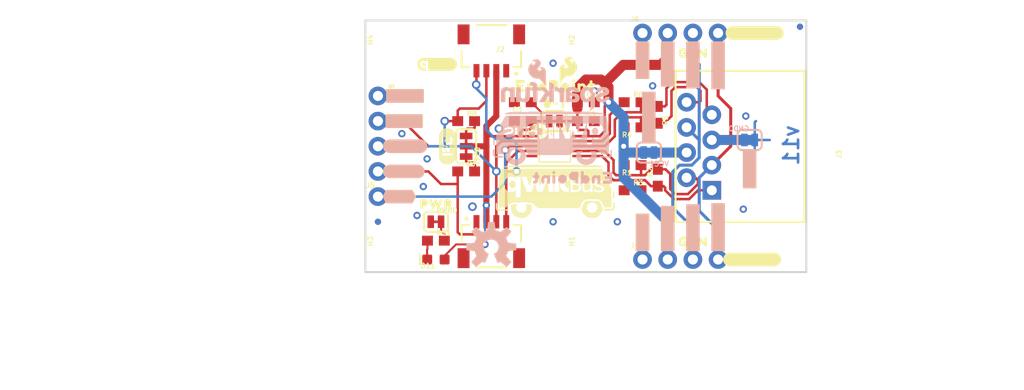
<source format=kicad_pcb>
(kicad_pcb (version 20211014) (generator pcbnew)
  (layers (0 "F.Cu" signal) (31 "B.Cu" signal) (34 "B.Paste" user) (35 "F.Paste" user) (36 "B.SilkS" user "B.Silkscreen") (37 "F.SilkS" user "F.Silkscreen") (38 "B.Mask" user) (39 "F.Mask" user) (44 "Edge.Cuts" user))
  (net 0 "")
  (net 1 "SDA")
  (net 2 "SCL")
  (net 3 "GND")
  (net 4 "EN")
  (net 5 "DSDA_N")
  (net 6 "DSDA_P")
  (net 7 "DSCL_P")
  (net 8 "DSCL_N")
  (net 9 "N$3")
  (net 10 "N$4")
  (net 11 "N$1")
  (net 12 "N$2")
  (net 13 "GRN_P")
  (net 14 "GRN_N")
  (net 15 "N$13")
  (net 16 "N$14")
  (net 17 "VCC_1")
  (net 18 "VCC")
  (footprint "boardEagle:0603" (layer "F.Cu") (at 155.7561 108.1786 90)
    (fp_text reference "R2" (at 0 -0.762 90) (layer "F.SilkS") (effects (font (size 0.512064 0.512064) (thickness 0.097536)) (justify left)))
    (fp_text value "100")
    (pad "1" smd rect (at -0.85 0 90) (size 1.1 1) (layers "F.Cu" "F.Paste" "F.Mask") (net 8 "DSCL_N"))
    (pad "2" smd rect (at 0.85 0 90) (size 1.1 1) (layers "F.Cu" "F.Paste" "F.Mask") (net 7 "DSCL_P"))
  )
  (footprint "boardEagle:0603" (layer "F.Cu") (at 153.2161 109.4486)
    (fp_text reference "R3" (at 0 -0.762) (layer "F.SilkS") (effects (font (size 0.512064 0.512064) (thickness 0.097536)) (justify left)))
    (fp_text value "390")
    (pad "1" smd rect (at -0.85 0) (size 1.1 1) (layers "F.Cu" "F.Paste" "F.Mask") (net 3 "GND"))
    (pad "2" smd rect (at 0.85 0) (size 1.1 1) (layers "F.Cu" "F.Paste" "F.Mask") (net 8 "DSCL_N"))
  )
  (footprint "boardEagle:SMT-JUMPER_2_NC_TRACE_SILK" (layer "F.Cu") (at 145.3261 102.4636 180)
    (fp_text reference "UNK0-1" (at 0 -1.143) (layer "F.SilkS") (effects (font (size 0.512064 0.512064) (thickness 0.097536)) (justify right)))
    (fp_text value "JUMPER-SMT_2_NC_TRACE_SILK")
    (fp_poly (pts (xy 0.1905 0.13335) (xy -0.70485 0.13335) (xy -0.70485 -0.13335) (xy 0.1905 -0.13335)) (layer "F.Cu") (width 0) (fill solid))
    (pad "1" smd rect (at -0.5207 0 180) (size 0.6604 1.27) (layers "F.Cu" "F.Mask") (net 17 "VCC_1"))
    (pad "2" smd rect (at 0.5207 0 180) (size 0.6604 1.27) (layers "F.Cu" "F.Mask") (net 18 "VCC"))
  )
  (footprint "boardEagle:SMT-JUMPER_2_NC_TRACE_SILK" (layer "F.Cu") (at 133.3881 112.6236)
    (fp_text reference "PWR0" (at 0 -1.143) (layer "F.SilkS") (effects (font (size 0.512064 0.512064) (thickness 0.097536)) (justify left)))
    (fp_text value "JUMPER-SMT_2_NC_TRACE_SILK")
    (fp_poly (pts (xy 0.1905 0.13335) (xy -0.70485 0.13335) (xy -0.70485 -0.13335) (xy 0.1905 -0.13335)) (layer "F.Cu") (width 0) (fill solid))
    (pad "1" smd rect (at -0.5207 0) (size 0.6604 1.27) (layers "F.Cu" "F.Mask") (net 3 "GND"))
    (pad "2" smd rect (at 0.5207 0) (size 0.6604 1.27) (layers "F.Cu" "F.Mask") (net 16 "N$14"))
  )
  (footprint "boardEagle:1X01_NO_SILK" (layer "F.Cu") (at 127.5461 110.0836)
    (fp_text reference "J5" (at -1.27 -1.143) (layer "F.SilkS") (effects (font (size 0.512064 0.512064) (thickness 0.097536)) (justify left)))
    (fp_text value "")
    (pad "1" thru_hole circle (at 0 0 90) (size 1.8796 1.8796) (drill 1.016) (layers *.Cu *.Mask) (net 4 "EN"))
  )
  (footprint "boardEagle:QWIICBUS#WORKING#LOGO#JPG" (layer "F.Cu") (at 145.8341 109.1946)
    (fp_text reference "U$28" hide)
    (fp_text value "" hide)
  )
  (footprint "boardEagle:STAND-OFF" (layer "F.Cu") (at 149.1361 94.8436 90)
    (fp_text reference "H2" (at 0 -2.032 90) (layer "F.SilkS") (effects (font (size 0.512064 0.512064) (thickness 0.097536)) (justify left)))
    (fp_text value "STAND-OFF")
    (pad "" np_thru_hole circle (at 0 0 90) (size 3.302 3.302) (drill 3.302) (layers *.Cu *.Mask))
  )
  (footprint "boardEagle:I2C" (layer "F.Cu") (at 134.5311 106.9086 90)
    (fp_text reference "U$1" hide)
    (fp_text value "" hide)
  )
  (footprint "boardEagle:GRN0" (layer "F.Cu") (at 157.1371 114.6556)
    (fp_text reference "U$2" hide)
    (fp_text value "" hide)
  )
  (footprint "boardEagle:#GRNW#0" (layer "F.Cu") (at 162.5981 93.5736)
    (fp_text reference "U$22" hide)
    (fp_text value "" hide)
  )
  (footprint "boardEagle:#GND#0" (layer "F.Cu") (at 154.2161 94.0816 -90)
    (fp_text reference "U$34" hide)
    (fp_text value "" hide)
  )
  (footprint "boardEagle:CREATIVE_COMMONS" (layer "F.Cu") (at 109.7661 126.5936)
    (fp_text reference "FRAME1" hide)
    (fp_text value "FRAME-LETTER" hide)
  )
  (footprint "boardEagle:JST04_1MM_RA" (layer "F.Cu") (at 138.9761 97.3836 180)
    (fp_text reference "J2" (at -1.397 2.159) (layer "F.SilkS") (effects (font (size 0.512064 0.512064) (thickness 0.097536)) (justify right)))
    (fp_text value "QWIIC")
    (pad "1" smd rect (at -1.5 0 180) (size 0.6 1.35) (layers "F.Cu" "F.Paste" "F.Mask") (net 3 "GND"))
    (pad "2" smd rect (at -0.5 0 180) (size 0.6 1.35) (layers "F.Cu" "F.Paste" "F.Mask") (net 18 "VCC"))
    (pad "3" smd rect (at 0.5 0 180) (size 0.6 1.35) (layers "F.Cu" "F.Paste" "F.Mask") (net 1 "SDA"))
    (pad "4" smd rect (at 1.5 0 180) (size 0.6 1.35) (layers "F.Cu" "F.Paste" "F.Mask") (net 2 "SCL"))
    (pad "NC1" smd rect (at 2.8 3.675 180) (size 1.2 2) (layers "F.Cu" "F.Paste" "F.Mask"))
    (pad "NC2" smd rect (at -2.8 3.675 180) (size 1.2 2) (layers "F.Cu" "F.Paste" "F.Mask"))
  )
  (footprint "boardEagle:LED-0603" (layer "F.Cu") (at 133.3881 116.4336 180)
    (fp_text reference "D11" (at 0 -0.635) (layer "F.SilkS") (effects (font (size 0.512064 0.512064) (thickness 0.097536)) (justify right)))
    (fp_text value "RED")
    (pad "A" smd roundrect (at -0.877 0 90) (size 1 1) (layers "F.Cu" "F.Paste" "F.Mask") (roundrect_rratio 0.15) (net 18 "VCC"))
    (pad "C" smd roundrect (at 0.877 0 90) (size 1 1) (layers "F.Cu" "F.Paste" "F.Mask") (roundrect_rratio 0.15) (net 15 "N$13"))
  )
  (footprint "boardEagle:0603" (layer "F.Cu") (at 142.1511 100.5586 180)
    (fp_text reference "C3" (at 0 -0.762) (layer "F.SilkS") (effects (font (size 0.512064 0.512064) (thickness 0.097536)) (justify right)))
    (fp_text value "1.0uF")
    (pad "1" smd rect (at -0.85 0 180) (size 1.1 1) (layers "F.Cu" "F.Paste" "F.Mask") (net 18 "VCC"))
    (pad "2" smd rect (at 0.85 0 180) (size 1.1 1) (layers "F.Cu" "F.Paste" "F.Mask") (net 3 "GND"))
  )
  (footprint "boardEagle:#VCC1#0" (layer "F.Cu") (at 156.7561 115.9256 90)
    (fp_text reference "U$20" hide)
    (fp_text value "" hide)
  )
  (footprint "boardEagle:0603" (layer "F.Cu") (at 142.1511 102.4636 180)
    (fp_text reference "C1" (at 0 -0.762) (layer "F.SilkS") (effects (font (size 0.512064 0.512064) (thickness 0.097536)) (justify right)))
    (fp_text value "0.1uF")
    (pad "1" smd rect (at -0.85 0 180) (size 1.1 1) (layers "F.Cu" "F.Paste" "F.Mask") (net 18 "VCC"))
    (pad "2" smd rect (at 0.85 0 180) (size 1.1 1) (layers "F.Cu" "F.Paste" "F.Mask") (net 3 "GND"))
  )
  (footprint "boardEagle:FIDUCIAL-MICRO" (layer "F.Cu") (at 127.5461 112.6236)
    (fp_text reference "FD1" hide)
    (fp_text value "FIDUCIALUFIDUCIAL" hide)
    (pad "1" smd roundrect (at 0 0) (size 0.635 0.635) (layers "F.Cu" "F.Mask") (roundrect_rratio 0.5))
  )
  (footprint "boardEagle:0603" (layer "F.Cu") (at 153.2161 103.0986 180)
    (fp_text reference "R4" (at 0 -0.762) (layer "F.SilkS") (effects (font (size 0.512064 0.512064) (thickness 0.097536)) (justify right)))
    (fp_text value "390")
    (pad "1" smd rect (at -0.85 0 180) (size 1.1 1) (layers "F.Cu" "F.Paste" "F.Mask") (net 6 "DSDA_P"))
    (pad "2" smd rect (at 0.85 0 180) (size 1.1 1) (layers "F.Cu" "F.Paste" "F.Mask") (net 17 "VCC_1"))
  )
  (footprint "boardEagle:STAND-OFF" (layer "F.Cu") (at 128.8161 94.8436 90)
    (fp_text reference "H4" (at 0 -2.032 90) (layer "F.SilkS") (effects (font (size 0.512064 0.512064) (thickness 0.097536)) (justify left)))
    (fp_text value "STAND-OFF")
    (pad "" np_thru_hole circle (at 0 0 90) (size 3.302 3.302) (drill 3.302) (layers *.Cu *.Mask))
  )
  (footprint "boardEagle:0603" (layer "F.Cu") (at 148.5011 102.4636)
    (fp_text reference "C4" (at 0 -0.762) (layer "F.SilkS") (effects (font (size 0.512064 0.512064) (thickness 0.097536)) (justify left)))
    (fp_text value "1.0uF")
    (pad "1" smd rect (at -0.85 0) (size 1.1 1) (layers "F.Cu" "F.Paste" "F.Mask") (net 17 "VCC_1"))
    (pad "2" smd rect (at 0.85 0) (size 1.1 1) (layers "F.Cu" "F.Paste" "F.Mask") (net 3 "GND"))
  )
  (footprint "boardEagle:1X04_NO_SILK" (layer "F.Cu") (at 154.2161 116.4336)
    (fp_text reference "J4" (at -1.27 -1.397) (layer "F.SilkS") (effects (font (size 0.512064 0.512064) (thickness 0.097536)) (justify left)))
    (fp_text value "")
    (pad "1" thru_hole circle (at 0 0 90) (size 1.8796 1.8796) (drill 1.016) (layers *.Cu *.Mask) (net 3 "GND"))
    (pad "2" thru_hole circle (at 2.54 0 90) (size 1.8796 1.8796) (drill 1.016) (layers *.Cu *.Mask) (net 17 "VCC_1"))
    (pad "3" thru_hole circle (at 5.08 0 90) (size 1.8796 1.8796) (drill 1.016) (layers *.Cu *.Mask) (net 14 "GRN_N"))
    (pad "4" thru_hole circle (at 7.62 0 90) (size 1.8796 1.8796) (drill 1.016) (layers *.Cu *.Mask) (net 13 "GRN_P"))
  )
  (footprint "boardEagle:SFE_LOGO_FLAME_.1" (layer "F.Cu") (at 146.7231 97.2566)
    (fp_text reference "LOGO5" hide)
    (fp_text value "SFE_LOGO_FLAME.1_INCH" hide)
  )
  (footprint "boardEagle:0603" (layer "F.Cu") (at 155.7561 101.8286 -90)
    (fp_text reference "R5" (at 0 -0.762 90) (layer "F.SilkS") (effects (font (size 0.512064 0.512064) (thickness 0.097536)) (justify right)))
    (fp_text value "100")
    (pad "1" smd rect (at -0.85 0 270) (size 1.1 1) (layers "F.Cu" "F.Paste" "F.Mask") (net 5 "DSDA_N"))
    (pad "2" smd rect (at 0.85 0 270) (size 1.1 1) (layers "F.Cu" "F.Paste" "F.Mask") (net 6 "DSDA_P"))
  )
  (footprint "boardEagle:#VCC1#0" (layer "F.Cu") (at 156.7561 94.0816 -90)
    (fp_text reference "U$32" hide)
    (fp_text value "" hide)
  )
  (footprint "boardEagle:SMT-JUMPER_3_2-NC_TRACE_SILK" (layer "F.Cu") (at 136.4361 105.0036 -90)
    (fp_text reference "I2C0" (at 0 -1.143 90) (layer "F.SilkS") (effects (font (size 0.512064 0.512064) (thickness 0.097536)) (justify right)))
    (fp_text value "JUMPER-SMT_3_2-NC_TRACE_SILK")
    (fp_poly (pts (xy 0.7112 0.13335) (xy -0.7112 0.13335) (xy -0.7112 -0.13335) (xy 0.7112 -0.13335)) (layer "F.Cu") (width 0) (fill solid))
    (pad "1" smd rect (at -1.0414 0 270) (size 0.6604 1.27) (layers "F.Cu" "F.Mask") (net 9 "N$3"))
    (pad "2" smd rect (at 0 0 270) (size 0.6604 1.27) (layers "F.Cu" "F.Mask") (net 18 "VCC"))
    (pad "3" smd rect (at 1.0414 0 270) (size 0.6604 1.27) (layers "F.Cu" "F.Mask") (net 10 "N$4"))
  )
  (footprint "boardEagle:0603" (layer "F.Cu") (at 153.2161 106.9086 180)
    (fp_text reference "R1" (at 0 -0.762) (layer "F.SilkS") (effects (font (size 0.512064 0.512064) (thickness 0.097536)) (justify right)))
    (fp_text value "390")
    (pad "1" smd rect (at -0.85 0 180) (size 1.1 1) (layers "F.Cu" "F.Paste" "F.Mask") (net 7 "DSCL_P"))
    (pad "2" smd rect (at 0.85 0 180) (size 1.1 1) (layers "F.Cu" "F.Paste" "F.Mask") (net 17 "VCC_1"))
  )
  (footprint "boardEagle:STAND-OFF" (layer "F.Cu") (at 128.8161 115.1636 90)
    (fp_text reference "H3" (at 0 -2.032 90) (layer "F.SilkS") (effects (font (size 0.512064 0.512064) (thickness 0.097536)) (justify left)))
    (fp_text value "STAND-OFF")
    (pad "" np_thru_hole circle (at 0 0 90) (size 3.302 3.302) (drill 3.302) (layers *.Cu *.Mask))
  )
  (footprint "boardEagle:1X04_NO_SILK" (layer "F.Cu") (at 127.5461 99.9236 -90)
    (fp_text reference "J8" (at -1.27 -1.397 90) (layer "F.SilkS") (effects (font (size 0.512064 0.512064) (thickness 0.097536)) (justify right)))
    (fp_text value "")
    (pad "1" thru_hole circle (at 0 0) (size 1.8796 1.8796) (drill 1.016) (layers *.Cu *.Mask) (net 3 "GND"))
    (pad "2" thru_hole circle (at 2.54 0) (size 1.8796 1.8796) (drill 1.016) (layers *.Cu *.Mask) (net 18 "VCC"))
    (pad "3" thru_hole circle (at 5.08 0) (size 1.8796 1.8796) (drill 1.016) (layers *.Cu *.Mask) (net 1 "SDA"))
    (pad "4" thru_hole circle (at 7.62 0) (size 1.8796 1.8796) (drill 1.016) (layers *.Cu *.Mask) (net 2 "SCL"))
  )
  (footprint "boardEagle:1X04_NO_SILK" (layer "F.Cu") (at 154.2161 93.5736)
    (fp_text reference "J6" (at -1.27 -1.397) (layer "F.SilkS") (effects (font (size 0.512064 0.512064) (thickness 0.097536)) (justify left)))
    (fp_text value "")
    (pad "1" thru_hole circle (at 0 0 90) (size 1.8796 1.8796) (drill 1.016) (layers *.Cu *.Mask) (net 3 "GND"))
    (pad "2" thru_hole circle (at 2.54 0 90) (size 1.8796 1.8796) (drill 1.016) (layers *.Cu *.Mask) (net 17 "VCC_1"))
    (pad "3" thru_hole circle (at 5.08 0 90) (size 1.8796 1.8796) (drill 1.016) (layers *.Cu *.Mask) (net 14 "GRN_N"))
    (pad "4" thru_hole circle (at 7.62 0 90) (size 1.8796 1.8796) (drill 1.016) (layers *.Cu *.Mask) (net 13 "GRN_P"))
  )
  (footprint "boardEagle:0603" (layer "F.Cu") (at 136.4361 107.5436)
    (fp_text reference "R7" (at 0 -0.762) (layer "F.SilkS") (effects (font (size 0.512064 0.512064) (thickness 0.097536)) (justify left)))
    (fp_text value "4.7k")
    (pad "1" smd rect (at -0.85 0) (size 1.1 1) (layers "F.Cu" "F.Paste" "F.Mask") (net 2 "SCL"))
    (pad "2" smd rect (at 0.85 0) (size 1.1 1) (layers "F.Cu" "F.Paste" "F.Mask") (net 10 "N$4"))
  )
  (footprint "boardEagle:#SCL#0" (layer "F.Cu") (at 128.0541 107.5436)
    (fp_text reference "U$10" hide)
    (fp_text value "" hide)
  )
  (footprint "boardEagle:QWIIC_4MM" (layer "F.Cu") (at 133.5151 96.7486)
    (fp_text reference "LOGO3" hide)
    (fp_text value "QWIIC_LOGO_4MM" hide)
  )
  (footprint "boardEagle:0603" (layer "F.Cu") (at 153.2161 100.5586)
    (fp_text reference "R6" (at 0 -0.762) (layer "F.SilkS") (effects (font (size 0.512064 0.512064) (thickness 0.097536)) (justify left)))
    (fp_text value "390")
    (pad "1" smd rect (at -0.85 0) (size 1.1 1) (layers "F.Cu" "F.Paste" "F.Mask") (net 3 "GND"))
    (pad "2" smd rect (at 0.85 0) (size 1.1 1) (layers "F.Cu" "F.Paste" "F.Mask") (net 5 "DSDA_N"))
  )
  (footprint "boardEagle:PWR0" (layer "F.Cu") (at 131.1021 110.8456)
    (fp_text reference "U$27" hide)
    (fp_text value "" hide)
  )
  (footprint "boardEagle:#EN#0" (layer "F.Cu") (at 128.0541 110.0836)
    (fp_text reference "U$11" hide)
    (fp_text value "" hide)
  )
  (footprint "boardEagle:ENDPOINT0" (layer "F.Cu") (at 140.5001 98.9076)
    (fp_text reference "U$35" hide)
    (fp_text value "" hide)
  )
  (footprint "boardEagle:#3V3#0" (layer "F.Cu") (at 128.0541 102.4636)
    (fp_text reference "U$7" hide)
    (fp_text value "" hide)
  )
  (footprint "boardEagle:RJ45-8" (layer "F.Cu") (at 167.5511 105.0036 90)
    (fp_text reference "J3" (at -1.3208 6.477 90) (layer "F.SilkS") (effects (font (size 0.512064 0.512064) (thickness 0.097536)) (justify left)))
    (fp_text value "RJ45")
    (pad "" np_thru_hole circle (at -5.715 0 90) (size 3.2 3.2) (drill 3.2) (layers *.Cu *.Mask))
    (pad "" np_thru_hole circle (at 5.715 0 90) (size 3.2 3.2) (drill 3.2) (layers *.Cu *.Mask))
    (pad "1" thru_hole rect (at -4.445 -6.35 90) (size 1.8796 1.8796) (drill 1) (layers *.Cu *.Mask) (net 8 "DSCL_N"))
    (pad "2" thru_hole circle (at -3.175 -8.89 90) (size 1.8796 1.8796) (drill 1) (layers *.Cu *.Mask) (net 7 "DSCL_P"))
    (pad "3" thru_hole circle (at -1.905 -6.35 90) (size 1.8796 1.8796) (drill 1) (layers *.Cu *.Mask) (net 13 "GRN_P"))
    (pad "4" thru_hole circle (at -0.635 -8.89 90) (size 1.8796 1.8796) (drill 1) (layers *.Cu *.Mask) (net 11 "N$1"))
    (pad "5" thru_hole circle (at 0.635 -6.35 90) (size 1.8796 1.8796) (drill 1) (layers *.Cu *.Mask) (net 12 "N$2"))
    (pad "6" thru_hole circle (at 1.905 -8.89 90) (size 1.8796 1.8796) (drill 1) (layers *.Cu *.Mask) (net 14 "GRN_N"))
    (pad "7" thru_hole circle (at 3.175 -6.35 90) (size 1.8796 1.8796) (drill 1) (layers *.Cu *.Mask) (net 5 "DSDA_N"))
    (pad "8" thru_hole circle (at 4.445 -8.89 90) (size 1.8796 1.8796) (drill 1) (layers *.Cu *.Mask) (net 6 "DSDA_P"))
  )
  (footprint "boardEagle:STAND-OFF" (layer "F.Cu") (at 149.1361 115.1636 90)
    (fp_text reference "H1" (at 0 -2.032 90) (layer "F.SilkS") (effects (font (size 0.512064 0.512064) (thickness 0.097536)) (justify left)))
    (fp_text value "STAND-OFF")
    (pad "" np_thru_hole circle (at 0 0 90) (size 3.302 3.302) (drill 3.302) (layers *.Cu *.Mask))
  )
  (footprint "boardEagle:JST04_1MM_RA" (layer "F.Cu") (at 138.9761 112.6236)
    (fp_text reference "J1" (at -1.397 2.159) (layer "F.SilkS") (effects (font (size 0.512064 0.512064) (thickness 0.097536)) (justify left)))
    (fp_text value "QWIIC")
    (pad "1" smd rect (at -1.5 0) (size 0.6 1.35) (layers "F.Cu" "F.Paste" "F.Mask") (net 3 "GND"))
    (pad "2" smd rect (at -0.5 0) (size 0.6 1.35) (layers "F.Cu" "F.Paste" "F.Mask") (net 18 "VCC"))
    (pad "3" smd rect (at 0.5 0) (size 0.6 1.35) (layers "F.Cu" "F.Paste" "F.Mask") (net 1 "SDA"))
    (pad "4" smd rect (at 1.5 0) (size 0.6 1.35) (layers "F.Cu" "F.Paste" "F.Mask") (net 2 "SCL"))
    (pad "NC1" smd rect (at 2.8 3.675) (size 1.2 2) (layers "F.Cu" "F.Paste" "F.Mask"))
    (pad "NC2" smd rect (at -2.8 3.675) (size 1.2 2) (layers "F.Cu" "F.Paste" "F.Mask"))
  )
  (footprint "boardEagle:0603" (layer "F.Cu") (at 148.5011 100.5586)
    (fp_text reference "C2" (at 0 -0.762) (layer "F.SilkS") (effects (font (size 0.512064 0.512064) (thickness 0.097536)) (justify left)))
    (fp_text value "0.1uF")
    (pad "1" smd rect (at -0.85 0) (size 1.1 1) (layers "F.Cu" "F.Paste" "F.Mask") (net 17 "VCC_1"))
    (pad "2" smd rect (at 0.85 0) (size 1.1 1) (layers "F.Cu" "F.Paste" "F.Mask") (net 3 "GND"))
  )
  (footprint "boardEagle:0603" (layer "F.Cu") (at 133.3881 114.5286)
    (fp_text reference "R11" (at 0 -0.762) (layer "F.SilkS") (effects (font (size 0.512064 0.512064) (thickness 0.097536)) (justify left)))
    (fp_text value "1k")
    (pad "1" smd rect (at -0.85 0) (size 1.1 1) (layers "F.Cu" "F.Paste" "F.Mask") (net 15 "N$13"))
    (pad "2" smd rect (at 0.85 0) (size 1.1 1) (layers "F.Cu" "F.Paste" "F.Mask") (net 16 "N$14"))
  )
  (footprint "boardEagle:0603" (layer "F.Cu") (at 136.4361 102.4636)
    (fp_text reference "R8" (at 0 -0.762) (layer "F.SilkS") (effects (font (size 0.512064 0.512064) (thickness 0.097536)) (justify left)))
    (fp_text value "4.7k")
    (pad "1" smd rect (at -0.85 0) (size 1.1 1) (layers "F.Cu" "F.Paste" "F.Mask") (net 1 "SDA"))
    (pad "2" smd rect (at 0.85 0) (size 1.1 1) (layers "F.Cu" "F.Paste" "F.Mask") (net 9 "N$3"))
  )
  (footprint "boardEagle:#GND#0" (layer "F.Cu") (at 154.2161 115.9256 90)
    (fp_text reference "U$3" hide)
    (fp_text value "" hide)
  )
  (footprint "boardEagle:TSSOP10" (layer "F.Cu") (at 145.3261 105.0036)
    (fp_text reference "U1" (at 0.096 -1.7275) (layer "F.SilkS") (effects (font (size 0.512064 0.512064) (thickness 0.097536)) (justify left)))
    (fp_text value "PCA9615")
    (pad "1" smd rect (at -2.259 -1.0175) (size 1.1 0.25) (layers "F.Cu" "F.Paste" "F.Mask") (net 18 "VCC"))
    (pad "2" smd rect (at -2.259 -0.5175) (size 1.1 0.25) (layers "F.Cu" "F.Paste" "F.Mask") (net 1 "SDA"))
    (pad "3" smd rect (at -2.259 -0.0175) (size 1.1 0.25) (layers "F.Cu" "F.Paste" "F.Mask") (net 4 "EN"))
    (pad "4" smd rect (at -2.259 0.4825) (size 1.1 0.25) (layers "F.Cu" "F.Paste" "F.Mask") (net 2 "SCL"))
    (pad "5" smd rect (at -2.259 0.9875) (size 1.1 0.25) (layers "F.Cu" "F.Paste" "F.Mask") (net 3 "GND"))
    (pad "6" smd rect (at 2.366 0.9875) (size 1.1 0.25) (layers "F.Cu" "F.Paste" "F.Mask") (net 8 "DSCL_N"))
    (pad "7" smd rect (at 2.366 0.4825) (size 1.1 0.25) (layers "F.Cu" "F.Paste" "F.Mask") (net 7 "DSCL_P"))
    (pad "8" smd rect (at 2.366 -0.0175) (size 1.1 0.25) (layers "F.Cu" "F.Paste" "F.Mask") (net 6 "DSDA_P"))
    (pad "9" smd rect (at 2.366 -0.5175) (size 1.1 0.25) (layers "F.Cu" "F.Paste" "F.Mask") (net 5 "DSDA_N"))
    (pad "10" smd rect (at 2.366 -1.0175) (size 1.1 0.25) (layers "F.Cu" "F.Paste" "F.Mask") (net 17 "VCC_1"))
  )
  (footprint "boardEagle:GRN0" (layer "F.Cu") (at 157.1371 95.6056)
    (fp_text reference "U$29" hide)
    (fp_text value "" hide)
  )
  (footprint "boardEagle:REVISION" (layer "F.Cu") (at 121.1961 129.1336)
    (fp_text reference "LOGO2" hide)
    (fp_text value "REVISION" hide)
  )
  (footprint "boardEagle:#GND#0" (layer "F.Cu") (at 128.0541 99.9236)
    (fp_text reference "U$5" hide)
    (fp_text value "" hide)
  )
  (footprint "boardEagle:FIDUCIAL-MICRO" (layer "F.Cu") (at 170.0911 92.9386)
    (fp_text reference "FD2" hide)
    (fp_text value "FIDUCIALUFIDUCIAL" hide)
    (pad "1" smd roundrect (at 0 0) (size 0.635 0.635) (layers "F.Cu" "F.Mask") (roundrect_rratio 0.5))
  )
  (footprint "boardEagle:0#10" (layer "F.Cu") (at 143.5481 100.6856)
    (fp_text reference "U$25" hide)
    (fp_text value "" hide)
  )
  (footprint "boardEagle:#SDA#0" (layer "F.Cu") (at 128.0541 105.0036)
    (fp_text reference "U$9" hide)
    (fp_text value "" hide)
  )
  (footprint "boardEagle:#GRNW#0" (layer "F.Cu") (at 162.3441 116.4336)
    (fp_text reference "U$19" hide)
    (fp_text value "" hide)
  )
  (footprint "boardEagle:QWIICBUS#WORKING#LOGO#JPG" (layer "B.Cu") (at 144.7181 103.8296 180)
    (fp_text reference "U$23" hide)
    (fp_text value "" hide)
  )
  (footprint "boardEagle:#SDA#0" (layer "B.Cu") (at 132.4991 105.0036 180)
    (fp_text reference "U$15" hide)
    (fp_text value "" hide)
  )
  (footprint "boardEagle:#GND2#0" (layer "B.Cu") (at 159.2961 94.0816 -90)
    (fp_text reference "U$14" hide)
    (fp_text value "" hide)
  )
  (footprint "boardEagle:#GND#0" (layer "B.Cu") (at 132.4991 99.9236 180)
    (fp_text reference "U$4" hide)
    (fp_text value "" hide)
  )
  (footprint "boardEagle:OSHW-LOGO-M" (layer "B.Cu") (at 138.9761 115.1636 180)
    (fp_text reference "LOGO1" hide)
    (fp_text value "OSHW-LOGOM" hide)
  )
  (footprint "boardEagle:#SCL#0" (layer "B.Cu") (at 132.2451 107.5436 180)
    (fp_text reference "U$16" hide)
    (fp_text value "" hide)
  )
  (footprint "boardEagle:SMT-JUMPER_2_NC_TRACE_SILK" (layer "B.Cu") (at 165.0111 104.3686 180)
    (fp_text reference "GND0" (at 0 1.143) (layer "B.SilkS") (effects (font (size 0.512064 0.512064) (thickness 0.097536)) (justify left mirror)))
    (fp_text value "JUMPER-SMT_2_NC_TRACE_SILK")
    (fp_poly (pts (xy 0.1905 -0.13335) (xy -0.70485 -0.13335) (xy -0.70485 0.13335) (xy 0.1905 0.13335)) (layer "B.Cu") (width 0) (fill solid))
    (pad "1" smd rect (at -0.5207 0 180) (size 0.6604 1.27) (layers "B.Cu" "B.Mask") (net 3 "GND"))
    (pad "2" smd rect (at 0.5207 0 180) (size 0.6604 1.27) (layers "B.Cu" "B.Mask") (net 12 "N$2"))
  )
  (footprint "boardEagle:#EN#0" (layer "B.Cu") (at 131.3561 110.0836 180)
    (fp_text reference "U$17" hide)
    (fp_text value "" hide)
  )
  (footprint "boardEagle:#VCC1#0" (layer "B.Cu") (at 156.7561 115.9256 90)
    (fp_text reference "U$21" hide)
    (fp_text value "" hide)
  )
  (footprint "boardEagle:#VCC2#0" (layer "B.Cu") (at 161.8361 94.0816 -90)
    (fp_text reference "U$30" hide)
    (fp_text value "" hide)
  )
  (footprint "boardEagle:FIDUCIAL-MICRO" (layer "B.Cu") (at 127.5461 112.6236 180)
    (fp_text reference "FD3" hide)
    (fp_text value "FIDUCIALUFIDUCIAL" hide)
    (pad "1" smd roundrect (at 0 0 180) (size 0.635 0.635) (layers "B.Cu" "B.Mask") (roundrect_rratio 0.5))
  )
  (footprint "boardEagle:FIDUCIAL-MICRO" (layer "B.Cu") (at 170.0911 92.9386 180)
    (fp_text reference "FD4" hide)
    (fp_text value "FIDUCIALUFIDUCIAL" hide)
    (pad "1" smd roundrect (at 0 0 180) (size 0.635 0.635) (layers "B.Cu" "B.Mask") (roundrect_rratio 0.5))
  )
  (footprint "boardEagle:#3V3#0" (layer "B.Cu") (at 132.3721 102.4636 180)
    (fp_text reference "U$8" hide)
    (fp_text value "" hide)
  )
  (footprint "boardEagle:#GND#0" (layer "B.Cu") (at 154.2161 94.0816 -90)
    (fp_text reference "U$33" hide)
    (fp_text value "" hide)
  )
  (footprint "boardEagle:#VCC1#0" (layer "B.Cu") (at 156.7561 94.0816 -90)
    (fp_text reference "U$31" hide)
    (fp_text value "" hide)
  )
  (footprint "boardEagle:SMT-JUMPER_2_NC_TRACE_SILK" (layer "B.Cu") (at 154.8511 105.6386)
    (fp_text reference "VCC1" (at 0 1.143) (layer "B.SilkS") (effects (font (size 0.512064 0.512064) (thickness 0.097536)) (justify right mirror)))
    (fp_text value "JUMPER-SMT_2_NC_TRACE_SILK")
    (fp_poly (pts (xy 0.1905 -0.13335) (xy -0.70485 -0.13335) (xy -0.70485 0.13335) (xy 0.1905 0.13335)) (layer "B.Cu") (width 0) (fill solid))
    (pad "1" smd rect (at -0.5207 0) (size 0.6604 1.27) (layers "B.Cu" "B.Mask") (net 17 "VCC_1"))
    (pad "2" smd rect (at 0.5207 0) (size 0.6604 1.27) (layers "B.Cu" "B.Mask") (net 11 "N$1"))
  )
  (footprint "boardEagle:#GND#0" (layer "B.Cu") (at 154.2161 115.9256 90)
    (fp_text reference "U$13" hide)
    (fp_text value "" hide)
  )
  (footprint "boardEagle:#GND2#0" (layer "B.Cu") (at 159.2961 115.9256 90)
    (fp_text reference "U$18" hide)
    (fp_text value "" hide)
  )
  (footprint "boardEagle:#GND#0" (layer "B.Cu") (at 165.0111 105.1306 -90)
    (fp_text reference "U$6" hide)
    (fp_text value "" hide)
  )
  (footprint "boardEagle:#VDDA#0" (layer "B.Cu") (at 154.8511 99.1616 -90)
    (fp_text reference "U$12" hide)
    (fp_text value "" hide)
  )
  (footprint "boardEagle:ENDPOINT0" (layer "B.Cu") (at 152.0571 108.1786 180)
    (fp_text reference "U$26" hide)
    (fp_text value "" hide)
  )
  (footprint "boardEagle:SFE_LOGO_NAME_FLAME_.1" (layer "B.Cu") (at 145.3261 99.9236 180)
    (fp_text reference "LOGO4" hide)
    (fp_text value "SFE_LOGO_NAME_FLAME.1_INCH" hide)
  )
  (footprint "boardEagle:#VCC2#0" (layer "B.Cu") (at 161.8361 115.9256 90)
    (fp_text reference "U$24" hide)
    (fp_text value "" hide)
  )
  (gr_line (start 126.2761 117.7036) (end 126.2761 92.3036) (layer "Edge.Cuts") (width 0.2032))
  (gr_line (start 170.7261 92.3036) (end 170.7261 117.7036) (layer "Edge.Cuts") (width 0.2032))
  (gr_line (start 170.7261 117.7036) (end 126.2761 117.7036) (layer "Edge.Cuts") (width 0.2032))
  (gr_line (start 126.2761 92.3036) (end 170.7261 92.3036) (layer "Edge.Cuts") (width 0.2032))
  (gr_text "v11" (at 170.0911 102.7176 -270) (layer "B.Cu") (effects (font (size 1.5113 1.5113) (thickness 0.2667)) (justify left bottom mirror)))
  (segment (start 139.4841 105.0036) (end 139.4841 107.5436) (width 0.254) (layer "F.Cu") (net 1))
  (segment (start 137.7061 101.1936) (end 138.4761 100.4236) (width 0.254) (layer "F.Cu") (net 1))
  (segment (start 140.0016 104.4861) (end 139.4841 105.0036) (width 0.254) (layer "F.Cu") (net 1))
  (segment (start 135.8011 101.1936) (end 137.7061 101.1936) (width 0.254) (layer "F.Cu") (net 1))
  (segment (start 138.4761 100.4236) (end 138.4761 97.3836) (width 0.254) (layer "F.Cu") (net 1))
  (segment (start 135.5861 101.4086) (end 135.8011 101.1936) (width 0.254) (layer "F.Cu") (net 1))
  (segment (start 134.2771 102.4636) (end 135.5861 102.4636) (width 0.254) (layer "F.Cu") (net 1))
  (segment (start 139.4761 105.0116) (end 139.4841 105.0036) (width 0.254) (layer "F.Cu") (net 1))
  (segment (start 139.4761 112.6236) (end 139.4761 105.0116) (width 0.254) (layer "F.Cu") (net 1))
  (segment (start 140.0016 104.4861) (end 143.0671 104.4861) (width 0.254) (layer "F.Cu") (net 1))
  (segment (start 135.5861 102.4636) (end 135.5861 101.4086) (width 0.254) (layer "F.Cu") (net 1))
  (via (at 139.4841 107.5436) (size 0.8636) (drill 0.508) (layers "F.Cu" "B.Cu") (net 1))
  (via (at 134.2771 102.4636) (size 0.8636) (drill 0.508) (layers "F.Cu" "B.Cu") (net 1))
  (segment (start 134.2771 105.0036) (end 134.2771 102.4636) (width 0.254) (layer "B.Cu") (net 1))
  (segment (start 139.4841 107.5436) (end 136.9441 105.0036) (width 0.254) (layer "B.Cu") (net 1))
  (segment (start 136.9441 105.0036) (end 134.2771 105.0036) (width 0.254) (layer "B.Cu") (net 1))
  (segment (start 127.5461 105.0036) (end 134.2771 105.0036) (width 0.254) (layer "B.Cu") (net 1))
  (segment (start 135.5861 107.5436) (end 135.5861 108.8136) (width 0.254) (layer "F.Cu") (net 2))
  (segment (start 135.8011 113.8936) (end 140.2461 113.8936) (width 0.254) (layer "F.Cu") (net 2))
  (segment (start 132.6261 107.5436) (end 133.8961 108.8136) (width 0.254) (layer "F.Cu") (net 2))
  (segment (start 140.4761 107.5436) (end 140.4761 106.6786) (width 0.254) (layer "F.Cu") (net 2))
  (segment (start 137.4761 98.7566) (end 137.4761 97.3836) (width 0.254) (layer "F.Cu") (net 2))
  (segment (start 140.4761 113.6636) (end 140.4761 112.6236) (width 0.254) (layer "F.Cu") (net 2))
  (segment (start 135.5861 108.8136) (end 135.5861 113.6786) (width 0.254) (layer "F.Cu") (net 2))
  (segment (start 141.6686 105.4861) (end 143.0671 105.4861) (width 0.254) (layer "F.Cu") (net 2))
  (segment (start 135.5861 113.6786) (end 135.8011 113.8936) (width 0.254) (layer "F.Cu") (net 2))
  (segment (start 127.5461 107.5436) (end 132.6261 107.5436) (width 0.254) (layer "F.Cu") (net 2))
  (segment (start 140.4761 106.6786) (end 141.6686 105.4861) (width 0.254) (layer "F.Cu") (net 2))
  (segment (start 140.2461 113.8936) (end 140.4761 113.6636) (width 0.254) (layer "F.Cu") (net 2))
  (segment (start 133.8961 108.8136) (end 135.5861 108.8136) (width 0.254) (layer "F.Cu") (net 2))
  (segment (start 140.4761 112.6236) (end 140.4761 107.5436) (width 0.254) (layer "F.Cu") (net 2))
  (segment (start 141.5161 107.5436) (end 140.4761 107.5436) (width 0.254) (layer "F.Cu") (net 2))
  (segment (start 137.4521 98.7806) (end 137.4761 98.7566) (width 0.254) (layer "F.Cu") (net 2))
  (via (at 141.5161 107.5436) (size 0.8636) (drill 0.508) (layers "F.Cu" "B.Cu") (net 2))
  (via (at 137.4521 98.7806) (size 0.8636) (drill 0.508) (layers "F.Cu" "B.Cu") (net 2))
  (segment (start 137.4521 99.1616) (end 137.4521 98.7806) (width 0.254) (layer "B.Cu") (net 2))
  (segment (start 141.0081 104.2416) (end 141.5161 104.7496) (width 0.254) (layer "B.Cu") (net 2))
  (segment (start 138.4681 100.1776) (end 138.4681 103.3526) (width 0.254) (layer "B.Cu") (net 2))
  (segment (start 141.5161 104.7496) (end 141.5161 107.5436) (width 0.254) (layer "B.Cu") (net 2))
  (segment (start 137.4521 99.1616) (end 138.4681 100.1776) (width 0.254) (layer "B.Cu") (net 2))
  (segment (start 139.3571 104.2416) (end 141.0081 104.2416) (width 0.254) (layer "B.Cu") (net 2))
  (segment (start 138.4681 103.3526) (end 139.3571 104.2416) (width 0.254) (layer "B.Cu") (net 2))
  (via (at 132.1181 109.0676) (size 0.7366) (drill 0.381) (layers "F.Cu" "B.Cu") (net 3))
  (via (at 145.1991 96.6216) (size 0.7366) (drill 0.381) (layers "F.Cu" "B.Cu") (net 3))
  (via (at 139.7381 103.2256) (size 0.8636) (drill 0.508) (layers "F.Cu" "B.Cu") (net 3))
  (via (at 137.0711 111.0996) (size 0.8636) (drill 0.508) (layers "F.Cu" "B.Cu") (net 3))
  (via (at 145.1991 112.6236) (size 0.7366) (drill 0.381) (layers "F.Cu" "B.Cu") (net 3))
  (via (at 164.6301 101.9556) (size 0.7366) (drill 0.381) (layers "F.Cu" "B.Cu") (net 3))
  (via (at 129.9591 103.7336) (size 0.7366) (drill 0.381) (layers "F.Cu" "B.Cu") (net 3))
  (via (at 155.2321 98.9076) (size 0.7366) (drill 0.381) (layers "F.Cu" "B.Cu") (net 3))
  (via (at 149.3901 99.4156) (size 0.7366) (drill 0.381) (layers "F.Cu" "B.Cu") (net 3))
  (via (at 151.6761 112.6236) (size 0.7366) (drill 0.381) (layers "F.Cu" "B.Cu") (net 3))
  (via (at 131.4831 111.9886) (size 0.7366) (drill 0.381) (layers "F.Cu" "B.Cu") (net 3))
  (via (at 164.3761 111.3536) (size 0.7366) (drill 0.381) (layers "F.Cu" "B.Cu") (net 3))
  (via (at 132.4991 106.2736) (size 0.7366) (drill 0.381) (layers "F.Cu" "B.Cu") (net 3))
  (segment (start 165.5318 104.3686) (end 165.5318 102.5779) (width 0.254) (layer "B.Cu") (net 3))
  (segment (start 165.5318 104.3686) (end 167.0431 104.3686) (width 0.254) (layer "B.Cu") (net 3))
  (segment (start 165.5318 102.5779) (end 165.6461 102.4636) (width 0.254) (layer "B.Cu") (net 3))
  (segment (start 165.5318 104.3686) (end 165.5318 105.8799) (width 0.254) (layer "B.Cu") (net 3))
  (segment (start 165.5318 105.8799) (end 165.3921 106.0196) (width 0.254) (layer "B.Cu") (net 3))
  (segment (start 140.7716 104.9861) (end 140.3731 105.3846) (width 0.254) (layer "F.Cu") (net 4))
  (segment (start 140.7716 104.9861) (end 143.0671 104.9861) (width 0.254) (layer "F.Cu") (net 4))
  (via (at 140.3731 105.3846) (size 0.8636) (drill 0.508) (layers "F.Cu" "B.Cu") (net 4))
  (segment (start 140.3731 108.6866) (end 140.3731 105.3846) (width 0.254) (layer "B.Cu") (net 4))
  (segment (start 138.9761 110.0836) (end 140.3731 108.6866) (width 0.254) (layer "B.Cu") (net 4))
  (segment (start 127.5461 110.0836) (end 138.9761 110.0836) (width 0.254) (layer "B.Cu") (net 4))
  (segment (start 154.0661 100.5586) (end 154.0661 101.5746) (width 0.254) (layer "F.Cu") (net 5))
  (segment (start 154.0661 101.5746) (end 154.4701 101.5746) (width 0.254) (layer "F.Cu") (net 5))
  (segment (start 155.7561 100.9786) (end 156.4631 100.9786) (width 0.254) (layer "F.Cu") (net 5))
  (segment (start 156.6291 99.1616) (end 157.2641 98.5266) (width 0.254) (layer "F.Cu") (net 5))
  (segment (start 160.6931 101.3206) (end 161.2011 101.8286) (width 0.254) (layer "F.Cu") (net 5))
  (segment (start 150.1616 104.4861) (end 150.9141 103.7336) (width 0.254) (layer "F.Cu") (net 5))
  (segment (start 154.4701 101.5746) (end 155.0661 100.9786) (width 0.254) (layer "F.Cu") (net 5))
  (segment (start 147.6921 104.4861) (end 150.1616 104.4861) (width 0.254) (layer "F.Cu") (net 5))
  (segment (start 156.6291 100.8126) (end 156.6291 99.1616) (width 0.254) (layer "F.Cu") (net 5))
  (segment (start 159.9311 98.5266) (end 160.6931 99.2886) (width 0.254) (layer "F.Cu") (net 5))
  (segment (start 151.1841 101.5746) (end 154.0661 101.5746) (width 0.254) (layer "F.Cu") (net 5))
  (segment (start 155.0661 100.9786) (end 155.7561 100.9786) (width 0.254) (layer "F.Cu") (net 5))
  (segment (start 157.2641 98.5266) (end 159.9311 98.5266) (width 0.254) (layer "F.Cu") (net 5))
  (segment (start 156.4631 100.9786) (end 156.6291 100.8126) (width 0.254) (layer "F.Cu") (net 5))
  (segment (start 150.9141 101.8446) (end 151.1841 101.5746) (width 0.254) (layer "F.Cu") (net 5))
  (segment (start 150.9141 103.7336) (end 150.9141 101.8446) (width 0.254) (layer "F.Cu") (net 5))
  (segment (start 160.6931 99.2886) (end 160.6931 101.3206) (width 0.254) (layer "F.Cu") (net 5))
  (segment (start 154.0661 103.0986) (end 154.0661 102.0826) (width 0.254) (layer "F.Cu") (net 6))
  (segment (start 151.4221 103.9876) (end 151.4221 102.3366) (width 0.254) (layer "F.Cu") (net 6))
  (segment (start 159.6771 99.0346) (end 160.0581 99.4156) (width 0.254) (layer "F.Cu") (net 6))
  (segment (start 154.0661 102.0826) (end 154.4701 102.0826) (width 0.254) (layer "F.Cu") (net 6))
  (segment (start 147.6921 104.9861) (end 150.4236 104.9861) (width 0.254) (layer "F.Cu") (net 6))
  (segment (start 151.6761 102.0826) (end 154.0661 102.0826) (width 0.254) (layer "F.Cu") (net 6))
  (segment (start 157.5181 99.0346) (end 159.6771 99.0346) (width 0.254) (layer "F.Cu") (net 6))
  (segment (start 150.4236 104.9861) (end 151.4221 103.9876) (width 0.254) (layer "F.Cu") (net 6))
  (segment (start 154.4701 102.0826) (end 155.0661 102.6786) (width 0.254) (layer "F.Cu") (net 6))
  (segment (start 155.0661 102.6786) (end 155.7561 102.6786) (width 0.254) (layer "F.Cu") (net 6))
  (segment (start 160.0581 99.4156) (end 160.0581 100.4316) (width 0.254) (layer "F.Cu") (net 6))
  (segment (start 159.9311 100.5586) (end 158.6611 100.5586) (width 0.254) (layer "F.Cu") (net 6))
  (segment (start 160.0581 100.4316) (end 159.9311 100.5586) (width 0.254) (layer "F.Cu") (net 6))
  (segment (start 151.4221 102.3366) (end 151.6761 102.0826) (width 0.254) (layer "F.Cu") (net 6))
  (segment (start 157.1371 99.4156) (end 157.5181 99.0346) (width 0.254) (layer "F.Cu") (net 6))
  (segment (start 156.4141 102.6786) (end 157.1371 101.9556) (width 0.254) (layer "F.Cu") (net 6))
  (segment (start 155.7561 102.6786) (end 156.4141 102.6786) (width 0.254) (layer "F.Cu") (net 6))
  (segment (start 157.1371 101.9556) (end 157.1371 99.4156) (width 0.254) (layer "F.Cu") (net 6))
  (segment (start 159.8041 108.8136) (end 159.8041 108.4326) (width 0.254) (layer "F.Cu") (net 7))
  (segment (start 154.0661 107.9246) (end 154.4701 107.9246) (width 0.254) (layer "F.Cu") (net 7))
  (segment (start 157.0101 107.7976) (end 157.0101 109.3216) (width 0.254) (layer "F.Cu") (net 7))
  (segment (start 159.8041 108.4326) (end 159.5501 108.1786) (width 0.254) (layer "F.Cu") (net 7))
  (segment (start 157.0101 109.3216) (end 157.5181 109.8296) (width 0.254) (layer "F.Cu") (net 7))
  (segment (start 151.5491 107.9246) (end 154.0661 107.9246) (width 0.254) (layer "F.Cu") (net 7))
  (segment (start 154.0661 106.9086) (end 154.0661 107.9246) (width 0.254) (layer "F.Cu") (net 7))
  (segment (start 147.6921 105.4861) (end 150.3806 105.4861) (width 0.254) (layer "F.Cu") (net 7))
  (segment (start 154.4701 107.9246) (end 155.0661 107.3286) (width 0.254) (layer "F.Cu") (net 7))
  (segment (start 151.2951 106.4006) (end 151.2951 107.6706) (width 0.254) (layer "F.Cu") (net 7))
  (segment (start 155.7561 107.3286) (end 156.5411 107.3286) (width 0.254) (layer "F.Cu") (net 7))
  (segment (start 156.5411 107.3286) (end 157.0101 107.7976) (width 0.254) (layer "F.Cu") (net 7))
  (segment (start 150.3806 105.4861) (end 151.2951 106.4006) (width 0.254) (layer "F.Cu") (net 7))
  (segment (start 151.5491 107.9246) (end 151.2951 107.6706) (width 0.254) (layer "F.Cu") (net 7))
  (segment (start 155.0661 107.3286) (end 155.7561 107.3286) (width 0.254) (layer "F.Cu") (net 7))
  (segment (start 158.7881 109.8296) (end 159.8041 108.8136) (width 0.254) (layer "F.Cu") (net 7))
  (segment (start 157.5181 109.8296) (end 158.7881 109.8296) (width 0.254) (layer "F.Cu") (net 7))
  (segment (start 159.5501 108.1786) (end 158.6611 108.1786) (width 0.254) (layer "F.Cu") (net 7))
  (segment (start 151.2951 108.4326) (end 154.0661 108.4326) (width 0.254) (layer "F.Cu") (net 8))
  (segment (start 154.0661 109.4486) (end 154.0661 108.4326) (width 0.254) (layer "F.Cu") (net 8))
  (segment (start 157.3911 110.3376) (end 158.9151 110.3376) (width 0.254) (layer "F.Cu") (net 8))
  (segment (start 156.5021 109.4486) (end 157.3911 110.3376) (width 0.254) (layer "F.Cu") (net 8))
  (segment (start 150.1236 105.9911) (end 150.7871 106.6546) (width 0.254) (layer "F.Cu") (net 8))
  (segment (start 147.6921 105.9911) (end 150.1236 105.9911) (width 0.254) (layer "F.Cu") (net 8))
  (segment (start 159.8041 109.4486) (end 161.2011 109.4486) (width 0.254) (layer "F.Cu") (net 8))
  (segment (start 155.0661 109.0286) (end 155.7561 109.0286) (width 0.254) (layer "F.Cu") (net 8))
  (segment (start 151.2951 108.4326) (end 150.7871 107.9246) (width 0.254) (layer "F.Cu") (net 8))
  (segment (start 155.7561 109.0286) (end 156.3361 109.0286) (width 0.254) (layer "F.Cu") (net 8))
  (segment (start 158.9151 110.3376) (end 159.8041 109.4486) (width 0.254) (layer "F.Cu") (net 8))
  (segment (start 154.4701 108.4326) (end 155.0661 109.0286) (width 0.254) (layer "F.Cu") (net 8))
  (segment (start 156.3361 109.0286) (end 156.5021 109.1946) (width 0.254) (layer "F.Cu") (net 8))
  (segment (start 156.5021 109.1946) (end 156.5021 109.4486) (width 0.254) (layer "F.Cu") (net 8))
  (segment (start 150.7871 106.6546) (end 150.7871 107.9246) (width 0.254) (layer "F.Cu") (net 8))
  (segment (start 154.0661 108.4326) (end 154.4701 108.4326) (width 0.254) (layer "F.Cu") (net 8))
  (segment (start 137.2861 102.4636) (end 137.2861 103.1376) (width 0.254) (layer "F.Cu") (net 9))
  (segment (start 137.2861 103.1376) (end 137.1981 103.2256) (width 0.254) (layer "F.Cu") (net 9))
  (segment (start 137.1981 103.2256) (end 136.5631 103.2256) (width 0.254) (layer "F.Cu") (net 9))
  (segment (start 136.5631 103.2256) (end 136.4361 103.3526) (width 0.254) (layer "F.Cu") (net 9))
  (segment (start 136.4361 103.3526) (end 136.4361 103.9622) (width 0.254) (layer "F.Cu") (net 9))
  (segment (start 137.0711 106.6546) (end 136.5631 106.6546) (width 0.254) (layer "F.Cu") (net 10))
  (segment (start 137.3251 107.5046) (end 137.3251 106.9086) (width 0.254) (layer "F.Cu") (net 10))
  (segment (start 137.3251 106.9086) (end 137.0711 106.6546) (width 0.254) (layer "F.Cu") (net 10))
  (segment (start 136.4361 106.5276) (end 136.4361 106.045) (width 0.254) (layer "F.Cu") (net 10))
  (segment (start 136.5631 106.6546) (end 136.4361 106.5276) (width 0.254) (layer "F.Cu") (net 10))
  (segment (start 137.2861 107.5436) (end 137.3251 107.5046) (width 0.254) (layer "F.Cu") (net 10))
  (segment (start 155.3718 105.6386) (end 154.3431 105.6386) (width 1.016) (layer "B.Cu") (net 11))
  (segment (start 155.3718 105.6386) (end 158.6611 105.6386) (width 1.016) (layer "B.Cu") (net 11))
  (segment (start 164.4904 104.3686) (end 161.2011 104.3686) (width 1.016) (layer "B.Cu") (net 12))
  (segment (start 164.4904 104.3686) (end 165.3921 104.3686) (width 1.016) (layer "B.Cu") (net 12))
  (segment (start 161.8361 93.5736) (end 161.8361 99.9236) (width 0.3048) (layer "F.Cu") (net 13))
  (segment (start 163.1061 105.0036) (end 161.2011 106.9086) (width 0.3048) (layer "F.Cu") (net 13))
  (segment (start 163.1061 101.1936) (end 163.1061 105.0036) (width 0.3048) (layer "F.Cu") (net 13))
  (segment (start 161.8361 99.9236) (end 163.1061 101.1936) (width 0.3048) (layer "F.Cu") (net 13))
  (segment (start 161.8361 113.4297) (end 159.918081 111.511682) (width 0.3048) (layer "B.Cu") (net 13))
  (segment (start 161.2011 106.9086) (end 159.9311 108.1786) (width 0.3048) (layer "B.Cu") (net 13))
  (segment (start 159.9311 111.498663) (end 159.918081 111.511682) (width 0.3048) (layer "B.Cu") (net 13))
  (segment (start 161.8361 113.4297) (end 161.8361 116.4336) (width 0.3048) (layer "B.Cu") (net 13))
  (segment (start 159.9311 108.1786) (end 159.9311 111.498663) (width 0.3048) (layer "B.Cu") (net 13))
  (segment (start 157.942078 106.9086) (end 157.2641 107.586579) (width 0.3048) (layer "B.Cu") (net 14))
  (segment (start 159.9311 104.3686) (end 159.9311 96.7486) (width 0.3048) (layer "B.Cu") (net 14))
  (segment (start 159.187162 106.9086) (end 157.942078 106.9086) (width 0.3048) (layer "B.Cu") (net 14))
  (segment (start 157.2641 111.19121) (end 157.2641 107.586579) (width 0.3048) (layer "B.Cu") (net 14))
  (segment (start 158.6611 103.0986) (end 159.9311 104.3686) (width 0.3048) (layer "B.Cu") (net 14))
  (segment (start 159.9311 96.7486) (end 159.2961 96.1136) (width 0.3048) (layer "B.Cu") (net 14))
  (segment (start 159.9311 106.164663) (end 159.187162 106.9086) (width 0.3048) (layer "B.Cu") (net 14))
  (segment (start 159.2961 96.1136) (end 159.2961 93.5736) (width 0.3048) (layer "B.Cu") (net 14))
  (segment (start 159.9311 104.3686) (end 159.9311 106.164663) (width 0.3048) (layer "B.Cu") (net 14))
  (segment (start 159.2961 113.22321) (end 157.2641 111.19121) (width 0.3048) (layer "B.Cu") (net 14))
  (segment (start 159.2961 113.22321) (end 159.2961 116.4336) (width 0.3048) (layer "B.Cu") (net 14))
  (segment (start 132.4991 115.4176) (end 132.4991 116.4216) (width 0.2032) (layer "F.Cu") (net 15))
  (segment (start 132.4991 116.4216) (end 132.5111 116.4336) (width 0.2032) (layer "F.Cu") (net 15))
  (segment (start 132.5381 114.5286) (end 132.5381 115.3786) (width 0.2032) (layer "F.Cu") (net 15))
  (segment (start 132.5381 115.3786) (end 132.4991 115.4176) (width 0.2032) (layer "F.Cu") (net 15))
  (segment (start 133.9088 113.5253) (end 133.9088 112.6236) (width 0.2032) (layer "F.Cu") (net 16))
  (segment (start 134.2381 113.8546) (end 133.9088 113.5253) (width 0.2032) (layer "F.Cu") (net 16))
  (segment (start 134.2381 114.5286) (end 134.2381 113.8546) (width 0.2032) (layer "F.Cu") (net 16))
  (segment (start 147.6511 102.4636) (end 147.6511 103.1376) (width 0.254) (layer "F.Cu") (net 17))
  (segment (start 156.6672 93.6625) (end 156.7561 93.5736) (width 1.016) (layer "F.Cu") (net 17))
  (segment (start 148.5011 98.2726) (end 147.6511 99.1226) (width 1.016) (layer "F.Cu") (net 17))
  (segment (start 145.8468 102.4636) (end 147.6511 102.4636) (width 0.254) (layer "F.Cu") (net 17))
  (segment (start 150.4061 98.6536) (end 150.0251 98.2726) (width 1.016) (layer "F.Cu") (net 17))
  (segment (start 147.6021 99.0736) (end 147.6511 99.1226) (width 0.254) (layer "F.Cu") (net 17))
  (segment (start 152.3111 106.8536) (end 152.3661 106.9086) (width 0.254) (layer "F.Cu") (net 17))
  (segment (start 147.6511 103.1376) (end 147.8661 103.3526) (width 0.254) (layer "F.Cu") (net 17))
  (segment (start 152.273 96.7867) (end 156.049725 96.7867) (width 1.016) (layer "F.Cu") (net 17))
  (segment (start 148.7551 103.4796) (end 148.7551 103.9861) (width 0.254) (layer "F.Cu") (net 17))
  (segment (start 156.6672 96.169225) (end 156.6672 93.6625) (width 1.016) (layer "F.Cu") (net 17))
  (segment (start 150.4061 103.4796) (end 150.4061 100.9396) (width 0.254) (layer "F.Cu") (net 17))
  (segment (start 148.7551 103.9861) (end 149.8996 103.9861) (width 0.254) (layer "F.Cu") (net 17))
  (segment (start 150.7871 100.5586) (end 150.7871 99.0346) (width 1.016) (layer "F.Cu") (net 17))
  (segment (start 150.7871 99.0346) (end 150.4061 98.6536) (width 1.016) (layer "F.Cu") (net 17))
  (segment (start 150.4061 98.6536) (end 152.273 96.7867) (width 1.016) (layer "F.Cu") (net 17))
  (segment (start 147.6921 103.9861) (end 148.7551 103.9861) (width 0.254) (layer "F.Cu") (net 17))
  (segment (start 147.8661 103.3526) (end 148.6281 103.3526) (width 0.254) (layer "F.Cu") (net 17))
  (segment (start 152.3111 103.1536) (end 152.3111 105.0036) (width 0.254) (layer "F.Cu") (net 17))
  (segment (start 152.3661 103.0986) (end 152.3111 103.1536) (width 0.254) (layer "F.Cu") (net 17))
  (segment (start 150.4061 100.9396) (end 150.7871 100.5586) (width 0.254) (layer "F.Cu") (net 17))
  (segment (start 147.6511 99.1226) (end 147.6511 101.1936) (width 1.016) (layer "F.Cu") (net 17))
  (segment (start 150.0251 98.2726) (end 148.5011 98.2726) (width 1.016) (layer "F.Cu") (net 17))
  (segment (start 147.6511 101.1936) (end 147.6511 100.5586) (width 0.254) (layer "F.Cu") (net 17))
  (segment (start 156.049725 96.7867) (end 156.6672 96.169225) (width 1.016) (layer "F.Cu") (net 17))
  (segment (start 148.6281 103.3526) (end 148.7551 103.4796) (width 0.254) (layer "F.Cu") (net 17))
  (segment (start 149.8996 103.9861) (end 150.4061 103.4796) (width 0.254) (layer "F.Cu") (net 17))
  (segment (start 147.6511 102.4636) (end 147.6511 101.1936) (width 0.254) (layer "F.Cu") (net 17))
  (segment (start 152.3111 105.0036) (end 152.3111 106.8536) (width 0.254) (layer "F.Cu") (net 17))
  (via (at 152.3111 105.0036) (size 0.8636) (drill 0.508) (layers "F.Cu" "B.Cu") (net 17))
  (via (at 150.7871 100.5586) (size 0.8636) (drill 0.508) (layers "F.Cu" "B.Cu") (net 17))
  (segment (start 152.3111 102.0826) (end 152.3111 105.0036) (width 1.016) (layer "B.Cu") (net 17))
  (segment (start 152.3111 102.0826) (end 150.7871 100.5586) (width 1.016) (layer "B.Cu") (net 17))
  (segment (start 154.3304 105.6386) (end 152.4381 105.6386) (width 1.016) (layer "B.Cu") (net 17))
  (segment (start 152.4381 105.6386) (end 152.3111 105.5116) (width 1.016) (layer "B.Cu") (net 17))
  (segment (start 152.3111 105.5116) (end 152.3111 108.1786) (width 1.016) (layer "B.Cu") (net 17))
  (segment (start 156.7561 112.6236) (end 156.7561 116.4336) (width 1.016) (layer "B.Cu") (net 17))
  (segment (start 152.3111 108.1786) (end 156.7561 112.6236) (width 1.016) (layer "B.Cu") (net 17))
  (segment (start 152.3111 105.0036) (end 152.3111 105.5116) (width 1.016) (layer "B.Cu") (net 17))
  (segment (start 143.0011 103.1376) (end 143.0011 102.4636) (width 0.254) (layer "F.Cu") (net 18))
  (segment (start 141.8971 103.9861) (end 143.0671 103.9861) (width 0.254) (layer "F.Cu") (net 18))
  (segment (start 130.0861 102.4636) (end 127.5461 102.4636) (width 0.254) (layer "F.Cu") (net 18))
  (segment (start 139.4761 101.9636) (end 138.4761 102.9636) (width 0.6096) (layer "F.Cu") (net 18))
  (segment (start 134.2651 116.0646) (end 135.4201 114.9096) (width 0.2032) (layer "F.Cu") (net 18))
  (segment (start 144.0561 101.6136) (end 144.0561 102.4636) (width 0.2032) (layer "F.Cu") (net 18))
  (segment (start 138.4761 103.7336) (end 138.4761 105.0036) (width 0.6096) (layer "F.Cu") (net 18))
  (segment (start 141.8971 103.6066) (end 141.8971 103.9861) (width 0.254) (layer "F.Cu") (net 18))
  (segment (start 135.4201 114.9096) (end 138.3411 114.9096) (width 0.2032) (layer "F.Cu") (net 18))
  (segment (start 130.0861 102.4636) (end 132.6261 105.0036) (width 0.254) (layer "F.Cu") (net 18))
  (segment (start 142.1511 103.3526) (end 141.8971 103.6066) (width 0.254) (layer "F.Cu") (net 18))
  (segment (start 143.0011 103.1376) (end 142.9131 103.2256) (width 0.254) (layer "F.Cu") (net 18))
  (segment (start 138.4761 103.7336) (end 138.7286 103.9861) (width 0.254) (layer "F.Cu") (net 18))
  (segment (start 136.4361 105.0036) (end 138.4761 105.0036) (width 0.6096) (layer "F.Cu") (net 18))
  (segment (start 144.8054 102.4636) (end 144.0561 102.4636) (width 0.254) (layer "F.Cu") (net 18))
  (segment (start 143.0656 103.9876) (end 143.0671 103.9861) (width 0.254) (layer "F.Cu") (net 18))
  (segment (start 132.6261 105.0036) (end 136.4361 105.0036) (width 0.2032) (layer "F.Cu") (net 18))
  (segment (start 143.0011 100.5586) (end 144.0561 101.6136) (width 0.2032) (layer "F.Cu") (net 18))
  (segment (start 138.4761 110.9726) (end 138.4761 112.6236) (width 0.6096) (layer "F.Cu") (net 18))
  (segment (start 144.0561 102.4636) (end 143.0011 102.4636) (width 0.254) (layer "F.Cu") (net 18))
  (segment (start 142.7861 103.3526) (end 142.1511 103.3526) (width 0.254) (layer "F.Cu") (net 18))
  (segment (start 138.7286 103.9861) (end 141.8971 103.9861) (width 0.254) (layer "F.Cu") (net 18))
  (segment (start 138.4761 105.0036) (end 138.4761 110.9726) (width 0.6096) (layer "F.Cu") (net 18))
  (segment (start 139.4761 97.3836) (end 139.4761 101.9636) (width 0.6096) (layer "F.Cu") (net 18))
  (segment (start 142.9131 103.2256) (end 142.7861 103.3526) (width 0.254) (layer "F.Cu") (net 18))
  (segment (start 134.2651 116.4336) (end 134.2651 116.0646) (width 0.2032) (layer "F.Cu") (net 18))
  (segment (start 138.4761 102.9636) (end 138.4761 103.7336) (width 0.6096) (layer "F.Cu") (net 18))
  (via (at 138.3411 114.9096) (size 0.7366) (drill 0.381) (layers "F.Cu" "B.Cu") (net 18))
  (via (at 138.4761 110.9726) (size 0.7366) (drill 0.381) (layers "F.Cu" "B.Cu") (net 18))
  (segment (start 138.3411 114.9096) (end 138.3411 111.1076) (width 0.2032) (layer "B.Cu") (net 18))
  (segment (start 138.3411 111.1076) (end 138.4761 110.9726) (width 0.2032) (layer "B.Cu") (net 18))
)
</source>
